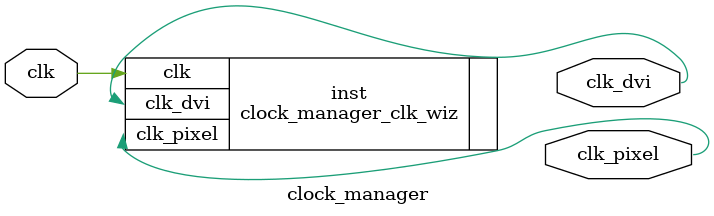
<source format=v>


`timescale 1ps/1ps

(* CORE_GENERATION_INFO = "clock_manager,clk_wiz_v6_0_1_0_0,{component_name=clock_manager,use_phase_alignment=true,use_min_o_jitter=false,use_max_i_jitter=false,use_dyn_phase_shift=false,use_inclk_switchover=false,use_dyn_reconfig=false,enable_axi=0,feedback_source=FDBK_AUTO,PRIMITIVE=MMCM,num_out_clk=2,clkin1_period=10.000,clkin2_period=10.000,use_power_down=false,use_reset=false,use_locked=false,use_inclk_stopped=false,feedback_type=SINGLE,CLOCK_MGR_TYPE=NA,manual_override=false}" *)

module clock_manager 
 (
  // Clock out ports
  output        clk_dvi,
  output        clk_pixel,
 // Clock in ports
  input         clk
 );

  clock_manager_clk_wiz inst
  (
  // Clock out ports  
  .clk_dvi(clk_dvi),
  .clk_pixel(clk_pixel),
 // Clock in ports
  .clk(clk)
  );

endmodule

</source>
